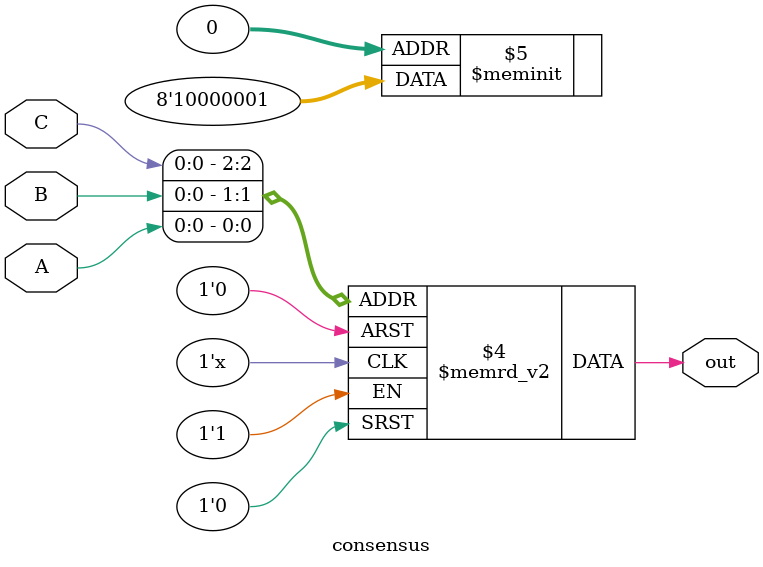
<source format=v>


module consensus(output out,input A,B,C);
always@(C,B,A)
 begin
  case({C,B,A})
   3'b000: {out} = 1'b1;
   3'b001: {out} = 1'b0;
   3'b010: {out} = 1'b0;
   3'b011: {out} = 1'b0;
   3'b100: {out} = 1'b0;
   3'b101: {out} = 1'b0;
   3'b110: {out} = 1'b0;
   3'b111: {out} = 1'b1;
  endcase
 end
endmodule


</source>
